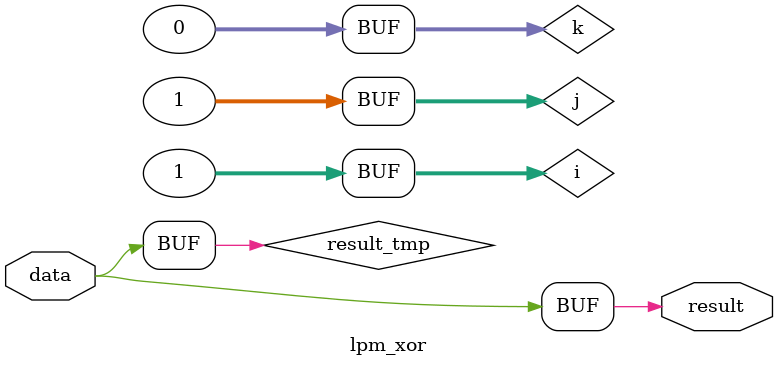
<source format=v>


// BEGINNING OF MODULE
`timescale 1 ps / 1 ps

// MODULE DECLARATION
/*verilator lint_off CASEX*/
/*verilator lint_off COMBDLY*/
/*verilator lint_off INITIALDLY*/
/*verilator lint_off LITENDIAN*/
/*verilator lint_off MULTIDRIVEN*/
/*verilator lint_off UNOPTFLAT*/
/*verilator lint_off BLKANDNBLK*/
module lpm_xor (
    data,   // Data input to the XOR gates. (Required)
    result  // Result of XOR operators. (Required)
);

// GLOBAL PARAMETER DECLARATION
    // Width of the data[] and result[] ports. Number of XOR gates. (Required)
    parameter lpm_width = 1;
    // Number of inputs to each XOR gate. Number of input buses. (Required)
    parameter lpm_size = 1;
    parameter lpm_type = "lpm_xor";
    parameter lpm_hint  = "UNUSED";

// INPUT PORT DECLARATION
    input  [(lpm_size * lpm_width)-1:0] data;

// OUTPUT PORT DECLARATION
    output [lpm_width-1:0] result;

// INTERNAL REGISTER/SIGNAL DECLARATION
    reg    [lpm_width-1:0] result_tmp;

// LOCAL INTEGER DECLARATION
    integer i;
    integer j;
    integer k;

// INITIAL CONSTRUCT BLOCK
    initial
    begin
        if (lpm_width <= 0)
        begin
            $display("Value of lpm_width parameter must be greater than 0 (ERROR)");
            $display("Time: %0t  Instance: %m", $time);
            $finish;
        end

        if (lpm_size <= 0)
        begin
            $display("Value of lpm_size parameter must be greater than 0 (ERROR)");
            $display("Time: %0t  Instance: %m", $time);
            $finish;
        end
    end

// ALWAYS CONSTRUCT BLOCK
    always @(data)
    begin
        for (i=0; i<lpm_width; i=i+1)
        begin
            result_tmp[i] = 1'b0;
            for (j=0; j<lpm_size; j=j+1)
            begin
                k = (j * lpm_width) + i;
                result_tmp[i] = result_tmp[i] ^ data[k];
            end
        end
    end

// CONTINOUS ASSIGNMENT
    assign result = result_tmp;

endmodule // lpm_xor


</source>
